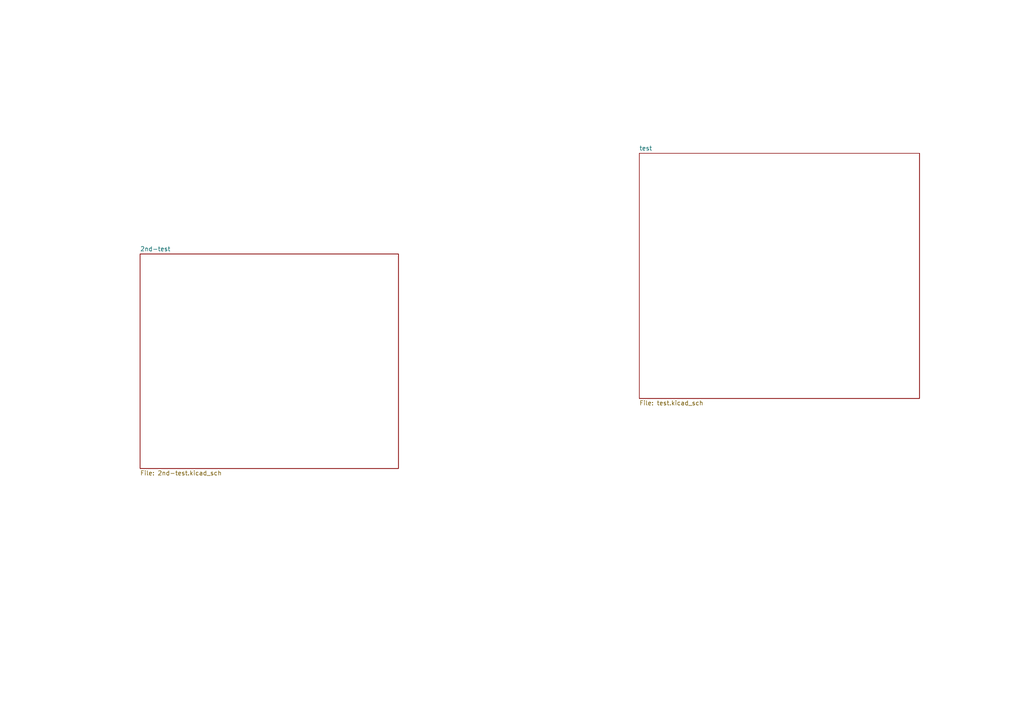
<source format=kicad_sch>
(kicad_sch
	(version 20250114)
	(generator "eeschema")
	(generator_version "9.0")
	(uuid "bd50cd4c-452c-47af-a870-79e960750b55")
	(paper "A4")
	(lib_symbols)
	(sheet
		(at 40.64 73.66)
		(size 74.93 62.23)
		(exclude_from_sim no)
		(in_bom yes)
		(on_board yes)
		(dnp no)
		(fields_autoplaced yes)
		(stroke
			(width 0.1524)
			(type solid)
		)
		(fill
			(color 0 0 0 0.0000)
		)
		(uuid "3a3e0613-ff32-421c-a718-2e399d151c98")
		(property "Sheetname" "2nd-test"
			(at 40.64 72.9484 0)
			(effects
				(font
					(size 1.27 1.27)
				)
				(justify left bottom)
			)
		)
		(property "Sheetfile" "2nd-test.kicad_sch"
			(at 40.64 136.4746 0)
			(effects
				(font
					(size 1.27 1.27)
				)
				(justify left top)
			)
		)
		(instances
			(project "adder"
				(path "/bd50cd4c-452c-47af-a870-79e960750b55"
					(page "3")
				)
			)
		)
	)
	(sheet
		(at 185.42 44.45)
		(size 81.28 71.12)
		(exclude_from_sim no)
		(in_bom yes)
		(on_board yes)
		(dnp no)
		(fields_autoplaced yes)
		(stroke
			(width 0.1524)
			(type solid)
		)
		(fill
			(color 0 0 0 0.0000)
		)
		(uuid "a4838582-60a5-4f7a-b17a-3176a6fd74a0")
		(property "Sheetname" "test"
			(at 185.42 43.7384 0)
			(effects
				(font
					(size 1.27 1.27)
				)
				(justify left bottom)
			)
		)
		(property "Sheetfile" "test.kicad_sch"
			(at 185.42 116.1546 0)
			(effects
				(font
					(size 1.27 1.27)
				)
				(justify left top)
			)
		)
		(instances
			(project "adder"
				(path "/bd50cd4c-452c-47af-a870-79e960750b55"
					(page "2")
				)
			)
		)
	)
	(sheet_instances
		(path "/"
			(page "1")
		)
	)
	(embedded_fonts no)
)

</source>
